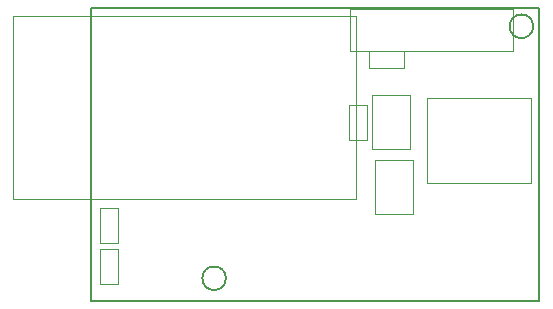
<source format=gbr>
G04 #@! TF.GenerationSoftware,KiCad,Pcbnew,(5.0.0)*
G04 #@! TF.CreationDate,2019-01-26T11:16:20+03:00*
G04 #@! TF.ProjectId,stm32mc,73746D33326D632E6B696361645F7063,rev?*
G04 #@! TF.SameCoordinates,Original*
G04 #@! TF.FileFunction,Other,User*
%FSLAX46Y46*%
G04 Gerber Fmt 4.6, Leading zero omitted, Abs format (unit mm)*
G04 Created by KiCad (PCBNEW (5.0.0)) date 01/26/19 11:16:20*
%MOMM*%
%LPD*%
G01*
G04 APERTURE LIST*
%ADD10C,0.150000*%
%ADD11C,0.050000*%
G04 APERTURE END LIST*
D10*
X58531000Y-19050000D02*
G75*
G03X58531000Y-19050000I-1000000J0D01*
G01*
X32512000Y-40386000D02*
G75*
G03X32512000Y-40386000I-1000000J0D01*
G01*
X59055000Y-42291000D02*
X59055000Y-17526000D01*
X59024000Y-17507000D02*
X21082000Y-17526000D01*
X21082000Y-42291000D02*
X59055000Y-42291000D01*
X21082000Y-17526000D02*
X21082000Y-42291000D01*
D11*
G04 #@! TO.C,D1*
X43528000Y-33658000D02*
X43528000Y-18158000D01*
X43528000Y-18158000D02*
X14528000Y-18158000D01*
X14528000Y-18158000D02*
X14528000Y-33658000D01*
X14528000Y-33658000D02*
X43528000Y-33658000D01*
G04 #@! TO.C,C1*
X48316000Y-30359000D02*
X48316000Y-34919000D01*
X45156000Y-30359000D02*
X48316000Y-30359000D01*
X45156000Y-34919000D02*
X45156000Y-30359000D01*
X48316000Y-34919000D02*
X45156000Y-34919000D01*
G04 #@! TO.C,C5*
X44418000Y-28658000D02*
X42958000Y-28658000D01*
X42958000Y-28658000D02*
X42958000Y-25698000D01*
X42958000Y-25698000D02*
X44418000Y-25698000D01*
X44418000Y-25698000D02*
X44418000Y-28658000D01*
G04 #@! TO.C,C6*
X48062000Y-29458000D02*
X44902000Y-29458000D01*
X44902000Y-29458000D02*
X44902000Y-24898000D01*
X44902000Y-24898000D02*
X48062000Y-24898000D01*
X48062000Y-24898000D02*
X48062000Y-29458000D01*
G04 #@! TO.C,U1*
X58375000Y-25102000D02*
X49575000Y-25102000D01*
X58375000Y-32302000D02*
X58375000Y-25102000D01*
X49575000Y-32302000D02*
X58375000Y-32302000D01*
X49575000Y-25102000D02*
X49575000Y-32302000D01*
G04 #@! TO.C,R16*
X21876000Y-34461000D02*
X23336000Y-34461000D01*
X23336000Y-34461000D02*
X23336000Y-37421000D01*
X23336000Y-37421000D02*
X21876000Y-37421000D01*
X21876000Y-37421000D02*
X21876000Y-34461000D01*
G04 #@! TO.C,VD1*
X23336000Y-40850000D02*
X21876000Y-40850000D01*
X21876000Y-40850000D02*
X21876000Y-37890000D01*
X21876000Y-37890000D02*
X23336000Y-37890000D01*
X23336000Y-37890000D02*
X23336000Y-40850000D01*
G04 #@! TO.C,C11*
X47581000Y-21114000D02*
X47581000Y-22574000D01*
X47581000Y-22574000D02*
X44621000Y-22574000D01*
X44621000Y-22574000D02*
X44621000Y-21114000D01*
X44621000Y-21114000D02*
X47581000Y-21114000D01*
G04 #@! TO.C,J6*
X56791000Y-17567500D02*
X43041000Y-17567500D01*
X43041000Y-17567500D02*
X43041000Y-21167500D01*
X43041000Y-21167500D02*
X56791000Y-21167500D01*
X56791000Y-21167500D02*
X56791000Y-17567500D01*
G04 #@! TD*
M02*

</source>
